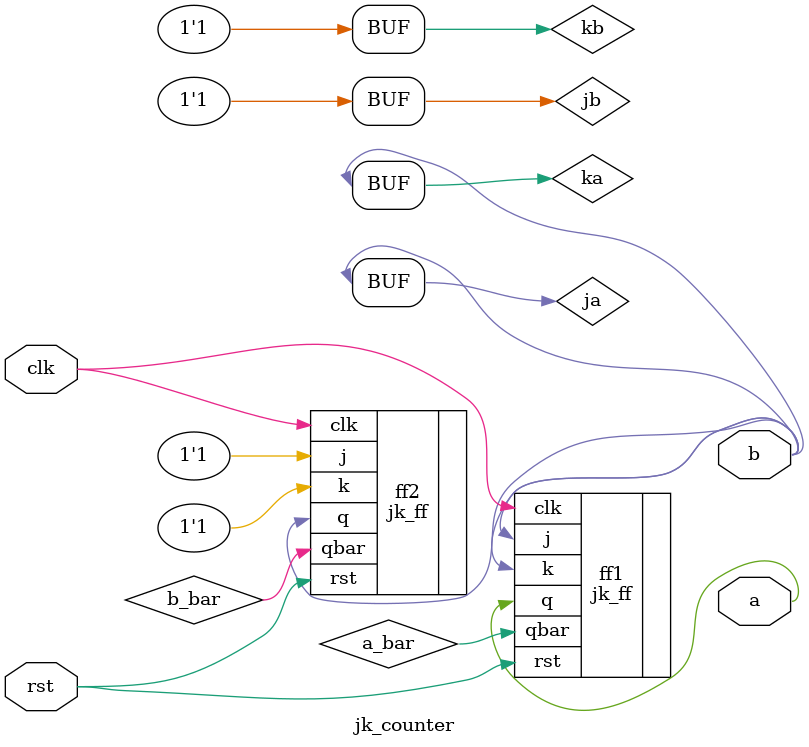
<source format=v>
module jk_counter(
    input clk, rst,
    output a, b
);

wire a_bar;
wire b_bar;
wire ja, ka, jb, kb;

jk_ff ff1(.clk(clk), .j(ja), .k(ka), .q(a), .qbar(a_bar), .rst(rst));
jk_ff ff2(.clk(clk), .j(jb), .k(kb), .q(b), .qbar(b_bar), .rst(rst));

assign jb = 1'b1;
assign kb = 1'b1;

assign ja = b;
assign ka = b;

endmodule
</source>
